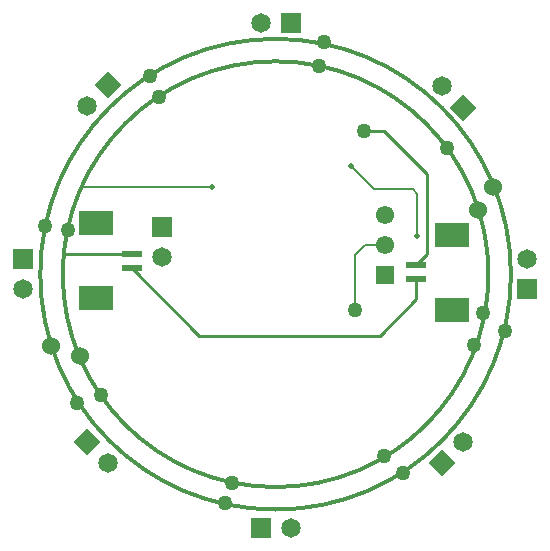
<source format=gbl>
G04 Layer_Physical_Order=2*
G04 Layer_Color=11436288*
%FSLAX25Y25*%
%MOIN*%
G70*
G01*
G75*
%ADD26C,0.01000*%
%ADD27C,0.00787*%
%ADD29C,0.06000*%
%ADD30C,0.06500*%
%ADD31P,0.09192X4X270.0*%
%ADD32R,0.06500X0.06500*%
%ADD33P,0.09192X4X360.0*%
%ADD34R,0.06500X0.06500*%
%ADD35R,0.06102X0.06102*%
%ADD36C,0.06102*%
%ADD37C,0.05000*%
%ADD38C,0.02000*%
%ADD39C,0.01394*%
%ADD40R,0.11811X0.08268*%
%ADD41R,0.07087X0.02362*%
D26*
X324803Y362598D02*
X331496D01*
X345669Y348425D01*
Y321654D02*
Y348425D01*
X342126Y318110D02*
X345669Y321654D01*
X342126Y306693D02*
Y313189D01*
X329921Y294488D02*
X342126Y306693D01*
X269685Y294488D02*
X329921D01*
X247244Y316929D02*
X269685Y294488D01*
X224853Y321850D02*
X247244D01*
D27*
X320276Y350984D02*
X327953Y343307D01*
X340945D01*
X321654Y303150D02*
Y321260D01*
X324961Y324567D01*
X331890D01*
X340945Y343307D02*
X342520Y341732D01*
Y327953D02*
Y341732D01*
X230709Y343898D02*
X274213D01*
D29*
X220472Y290945D02*
D03*
X229921Y287795D02*
D03*
X362598Y336221D02*
D03*
X367717Y344094D02*
D03*
D30*
X232291Y370874D02*
D03*
X211024Y309961D02*
D03*
X239362Y251976D02*
D03*
X300276Y230315D02*
D03*
X357866Y259047D02*
D03*
X379134Y319961D02*
D03*
X350795Y377551D02*
D03*
X290276Y398819D02*
D03*
X257480Y320590D02*
D03*
D31*
X239362Y377945D02*
D03*
X350795Y251976D02*
D03*
D32*
X211024Y319961D02*
D03*
X379134Y309961D02*
D03*
X257480Y330591D02*
D03*
D33*
X232291Y259047D02*
D03*
X357866Y370480D02*
D03*
D34*
X290276Y230315D02*
D03*
X300276Y398819D02*
D03*
D35*
X331890Y314567D02*
D03*
D36*
Y324567D02*
D03*
Y334567D02*
D03*
D37*
X324803Y362598D02*
D03*
X321654Y303150D02*
D03*
X309842Y384252D02*
D03*
X352362Y357087D02*
D03*
X311417Y392520D02*
D03*
X253543Y381102D02*
D03*
X256299Y374016D02*
D03*
X218504Y331102D02*
D03*
X225984Y329528D02*
D03*
X229134Y272047D02*
D03*
X237008Y274803D02*
D03*
X278346Y238583D02*
D03*
X280709Y245276D02*
D03*
X331496Y254331D02*
D03*
X337795Y248819D02*
D03*
X361417Y291339D02*
D03*
X371654Y296063D02*
D03*
X364567Y301969D02*
D03*
D38*
X320276Y350984D02*
D03*
X342520Y327559D02*
D03*
X274213Y343898D02*
D03*
D39*
X366230Y314961D02*
G03*
X366230Y314961I-70955J0D01*
G01*
X373720D02*
G03*
X373720Y314961I-78444J0D01*
G01*
D40*
X353937Y328150D02*
D03*
Y303150D02*
D03*
X235433Y306890D02*
D03*
Y331890D02*
D03*
D41*
X342126Y313189D02*
D03*
Y318110D02*
D03*
X247244Y321850D02*
D03*
Y316929D02*
D03*
M02*

</source>
